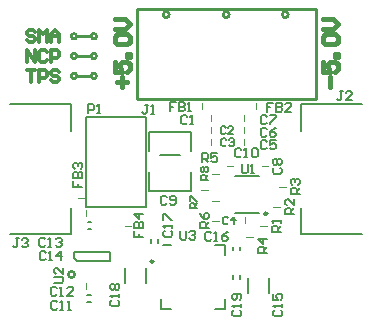
<source format=gto>
G04*
G04 #@! TF.GenerationSoftware,Altium Limited,Altium Designer,20.0.13 (296)*
G04*
G04 Layer_Color=65535*
%FSLAX25Y25*%
%MOIN*%
G70*
G01*
G75*
%ADD10C,0.01000*%
%ADD11C,0.00984*%
%ADD12C,0.00787*%
%ADD13C,0.00394*%
%ADD14C,0.00600*%
%ADD15C,0.01200*%
%ADD16C,0.01500*%
%ADD17C,0.00800*%
D10*
X306822Y311100D02*
G03*
X306822Y311100I-922J0D01*
G01*
Y317700D02*
G03*
X306822Y317700I-922J0D01*
G01*
Y324300D02*
G03*
X306822Y324300I-922J0D01*
G01*
X313422Y311100D02*
G03*
X313422Y311100I-922J0D01*
G01*
Y317700D02*
G03*
X313422Y317700I-922J0D01*
G01*
Y324300D02*
G03*
X313422Y324300I-922J0D01*
G01*
X357658Y331500D02*
G03*
X357658Y331500I-1000J0D01*
G01*
X337657D02*
G03*
X337657Y331500I-1000J0D01*
G01*
X377343D02*
G03*
X377343Y331500I-1000J0D01*
G01*
X370300Y265200D02*
G03*
X370300Y265200I-500J0D01*
G01*
X306058Y244888D02*
G03*
X306058Y244888I-1000J0D01*
G01*
X306822Y311100D02*
X311556D01*
X306822Y317700D02*
X311556D01*
X306822Y324300D02*
X311556D01*
X386500Y303500D02*
Y333500D01*
X327000Y303500D02*
Y333500D01*
X386500D01*
X327000Y303500D02*
X386500D01*
D11*
X332392Y249200D02*
G03*
X332392Y249200I-492J0D01*
G01*
D12*
X344951Y272732D02*
Y279132D01*
X330751Y292332D02*
X344951D01*
X330751Y272732D02*
X344951D01*
X330751D02*
Y279132D01*
Y285932D02*
Y292332D01*
X344951Y285932D02*
Y292332D01*
X334451Y284732D02*
X341251D01*
X310000Y267400D02*
X330000D01*
X310000Y297400D02*
X330000D01*
Y267400D02*
Y297400D01*
X310000Y267400D02*
Y297400D01*
X284592Y258347D02*
X304769D01*
Y267205D01*
X284592Y301654D02*
X304769D01*
Y292795D02*
Y301654D01*
X381673D02*
X401850D01*
X381673Y292795D02*
Y301654D01*
Y258347D02*
X401850D01*
X381673D02*
Y267205D01*
X361181Y252909D02*
Y254090D01*
X358819Y252909D02*
Y254090D01*
X358819Y243409D02*
Y244590D01*
X361181Y243409D02*
Y244590D01*
X333881Y255509D02*
Y256691D01*
X331519Y255509D02*
Y256691D01*
X335700Y254728D02*
X338118D01*
X352882D02*
X356228D01*
Y251382D02*
Y254728D01*
Y233272D02*
Y236618D01*
X352882Y233272D02*
X356228D01*
X334772D02*
Y236618D01*
Y233272D02*
X338118D01*
X310468Y260107D02*
X311649D01*
X310468Y262470D02*
X311649D01*
X310322Y235807D02*
X311503D01*
X310322Y238170D02*
X311503D01*
D13*
X348425Y300000D02*
Y302000D01*
X366500Y300000D02*
Y302000D01*
X362435Y295925D02*
Y297925D01*
Y291925D02*
Y293925D01*
Y287900D02*
Y289900D01*
X351500Y296000D02*
Y298000D01*
Y292000D02*
Y294000D01*
X351465Y288000D02*
Y290000D01*
X368500Y281035D02*
X370500D01*
X357000D02*
X359000D01*
X351800Y278272D02*
X354200D01*
X351800Y269272D02*
X354200D01*
X348100Y272900D02*
X350500D01*
X363035Y262000D02*
Y264000D01*
X351800Y262772D02*
X354200D01*
X374200Y274200D02*
X376600D01*
X372300Y267500D02*
X374700D01*
X367800Y261000D02*
X370200D01*
X363300Y257500D02*
X365700D01*
X322900Y261200D02*
X324900D01*
X310058Y264489D02*
Y266489D01*
X307300Y270275D02*
X309300D01*
X310058Y239988D02*
Y241988D01*
D14*
X359563Y265500D02*
X367437D01*
X359563Y277600D02*
X367437D01*
X371000Y238800D02*
Y243800D01*
X364000Y238800D02*
Y243800D01*
X329900Y242200D02*
Y247200D01*
X322900Y242200D02*
Y247200D01*
X306008Y252488D02*
X318008D01*
Y249488D02*
Y252488D01*
X307008Y249488D02*
X318008D01*
X306008Y250488D02*
X307008Y249488D01*
X306008Y250488D02*
Y252488D01*
D15*
X290400Y313199D02*
X293066D01*
X291733D01*
Y309200D01*
X294399D02*
Y313199D01*
X296398D01*
X297064Y312532D01*
Y311199D01*
X296398Y310533D01*
X294399D01*
X301063Y312532D02*
X300397Y313199D01*
X299064D01*
X298397Y312532D01*
Y311866D01*
X299064Y311199D01*
X300397D01*
X301063Y310533D01*
Y309866D01*
X300397Y309200D01*
X299064D01*
X298397Y309866D01*
X290400Y315800D02*
Y319799D01*
X293066Y315800D01*
Y319799D01*
X297064Y319132D02*
X296398Y319799D01*
X295065D01*
X294399Y319132D01*
Y316466D01*
X295065Y315800D01*
X296398D01*
X297064Y316466D01*
X298397Y315800D02*
Y319799D01*
X300397D01*
X301063Y319132D01*
Y317799D01*
X300397Y317133D01*
X298397D01*
X293066Y325732D02*
X292399Y326399D01*
X291066D01*
X290400Y325732D01*
Y325066D01*
X291066Y324399D01*
X292399D01*
X293066Y323733D01*
Y323066D01*
X292399Y322400D01*
X291066D01*
X290400Y323066D01*
X294399Y322400D02*
Y326399D01*
X295732Y325066D01*
X297064Y326399D01*
Y322400D01*
X298397D02*
Y325066D01*
X299730Y326399D01*
X301063Y325066D01*
Y322400D01*
Y324399D01*
X298397D01*
D16*
X391301Y307500D02*
Y310832D01*
X388802Y315831D02*
Y312498D01*
X391301D01*
X390468Y314164D01*
Y314998D01*
X391301Y315831D01*
X392967D01*
X393800Y314998D01*
Y313331D01*
X392967Y312498D01*
X393800Y317497D02*
X392967D01*
Y318330D01*
X393800D01*
Y317497D01*
X389635Y321662D02*
X388802Y322495D01*
Y324161D01*
X389635Y324994D01*
X392967D01*
X393800Y324161D01*
Y322495D01*
X392967Y321662D01*
X389635D01*
X388802Y326660D02*
X392134D01*
X393800Y328327D01*
X392134Y329993D01*
X388802D01*
X322001Y307500D02*
Y310832D01*
X320335Y309166D02*
X323667D01*
X319502Y315831D02*
Y312498D01*
X322001D01*
X321168Y314164D01*
Y314998D01*
X322001Y315831D01*
X323667D01*
X324500Y314998D01*
Y313331D01*
X323667Y312498D01*
X324500Y317497D02*
X323667D01*
Y318330D01*
X324500D01*
Y317497D01*
X320335Y321662D02*
X319502Y322495D01*
Y324161D01*
X320335Y324994D01*
X323667D01*
X324500Y324161D01*
Y322495D01*
X323667Y321662D01*
X320335D01*
X319502Y326660D02*
X322834D01*
X324500Y328327D01*
X322834Y329993D01*
X319502D01*
D17*
X341301Y259400D02*
Y256900D01*
X341801Y256400D01*
X342800D01*
X343300Y256900D01*
Y259400D01*
X344300Y258900D02*
X344800Y259400D01*
X345799D01*
X346299Y258900D01*
Y258400D01*
X345799Y257900D01*
X345300D01*
X345799D01*
X346299Y257400D01*
Y256900D01*
X345799Y256400D01*
X344800D01*
X344300Y256900D01*
X299301Y242101D02*
X301800D01*
X302299Y242601D01*
Y243600D01*
X301800Y244100D01*
X299301D01*
X302299Y247099D02*
Y245100D01*
X300300Y247099D01*
X299800D01*
X299301Y246599D01*
Y245600D01*
X299800Y245100D01*
X361753Y281707D02*
Y279207D01*
X362252Y278708D01*
X363252D01*
X363752Y279207D01*
Y281707D01*
X364752Y278708D02*
X365751D01*
X365251D01*
Y281707D01*
X364752Y281207D01*
X350650Y276517D02*
X348150D01*
Y277767D01*
X348567Y278184D01*
X349400D01*
X349816Y277767D01*
Y276517D01*
Y277350D02*
X350650Y278184D01*
X348567Y279016D02*
X348150Y279433D01*
Y280266D01*
X348567Y280683D01*
X348983D01*
X349400Y280266D01*
X349816Y280683D01*
X350233D01*
X350650Y280266D01*
Y279433D01*
X350233Y279016D01*
X349816D01*
X349400Y279433D01*
X348983Y279016D01*
X348567D01*
X349400Y279433D02*
Y280266D01*
X346950Y266917D02*
X344450D01*
Y268167D01*
X344867Y268583D01*
X345700D01*
X346116Y268167D01*
Y266917D01*
Y267750D02*
X346950Y268583D01*
X344450Y269416D02*
Y271083D01*
X344867D01*
X346533Y269416D01*
X346950D01*
X350900Y260401D02*
X347901D01*
Y261900D01*
X348400Y262400D01*
X349400D01*
X349900Y261900D01*
Y260401D01*
Y261401D02*
X350900Y262400D01*
X347901Y265399D02*
X348400Y264400D01*
X349400Y263400D01*
X350400D01*
X350900Y263900D01*
Y264899D01*
X350400Y265399D01*
X349900D01*
X349400Y264899D01*
Y263400D01*
X348601Y282300D02*
Y285299D01*
X350100D01*
X350600Y284800D01*
Y283800D01*
X350100Y283300D01*
X348601D01*
X349601D02*
X350600Y282300D01*
X353599Y285299D02*
X351600D01*
Y283800D01*
X352600Y284300D01*
X353099D01*
X353599Y283800D01*
Y282800D01*
X353099Y282300D01*
X352100D01*
X351600Y282800D01*
X370300Y252101D02*
X367301D01*
Y253600D01*
X367800Y254100D01*
X368800D01*
X369300Y253600D01*
Y252101D01*
Y253100D02*
X370300Y254100D01*
Y256599D02*
X367301D01*
X368800Y255100D01*
Y257099D01*
X381200Y271801D02*
X378201D01*
Y273300D01*
X378700Y273800D01*
X379700D01*
X380200Y273300D01*
Y271801D01*
Y272800D02*
X381200Y273800D01*
X378700Y274800D02*
X378201Y275300D01*
Y276299D01*
X378700Y276799D01*
X379200D01*
X379700Y276299D01*
Y275799D01*
Y276299D01*
X380200Y276799D01*
X380700D01*
X381200Y276299D01*
Y275300D01*
X380700Y274800D01*
X379399Y265001D02*
X376400D01*
Y266500D01*
X376900Y267000D01*
X377900D01*
X378400Y266500D01*
Y265001D01*
Y266001D02*
X379399Y267000D01*
Y269999D02*
Y268000D01*
X377400Y269999D01*
X376900D01*
X376400Y269499D01*
Y268500D01*
X376900Y268000D01*
X374799Y259201D02*
X371800D01*
Y260700D01*
X372300Y261200D01*
X373300D01*
X373800Y260700D01*
Y259201D01*
Y260200D02*
X374799Y261200D01*
Y262200D02*
Y263199D01*
Y262700D01*
X371800D01*
X372300Y262200D01*
X310601Y298601D02*
Y301600D01*
X312100D01*
X312600Y301100D01*
Y300100D01*
X312100Y299600D01*
X310601D01*
X313600Y298601D02*
X314599D01*
X314100D01*
Y301600D01*
X313600Y301100D01*
X287500Y256899D02*
X286501D01*
X287000D01*
Y254400D01*
X286501Y253901D01*
X286001D01*
X285501Y254400D01*
X288500Y256400D02*
X289000Y256899D01*
X289999D01*
X290499Y256400D01*
Y255900D01*
X289999Y255400D01*
X289499D01*
X289999D01*
X290499Y254900D01*
Y254400D01*
X289999Y253901D01*
X289000D01*
X288500Y254400D01*
X395500Y305999D02*
X394500D01*
X395000D01*
Y303500D01*
X394500Y303000D01*
X394001D01*
X393501Y303500D01*
X398499Y303000D02*
X396500D01*
X398499Y305000D01*
Y305500D01*
X397999Y305999D01*
X397000D01*
X396500Y305500D01*
X330700Y301500D02*
X329700D01*
X330200D01*
Y299000D01*
X329700Y298500D01*
X329201D01*
X328701Y299000D01*
X331700Y298500D02*
X332699D01*
X332200D01*
Y301500D01*
X331700Y301000D01*
X326000Y259501D02*
Y257501D01*
X327500D01*
Y258501D01*
Y257501D01*
X328999D01*
X326000Y260500D02*
X328999D01*
Y262000D01*
X328500Y262500D01*
X328000D01*
X327500Y262000D01*
Y260500D01*
Y262000D01*
X327000Y262500D01*
X326500D01*
X326000Y262000D01*
Y260500D01*
X328999Y264999D02*
X326000D01*
X327500Y263499D01*
Y265499D01*
X305601Y276101D02*
Y274101D01*
X307100D01*
Y275101D01*
Y274101D01*
X308599D01*
X305601Y277100D02*
X308599D01*
Y278600D01*
X308100Y279100D01*
X307600D01*
X307100Y278600D01*
Y277100D01*
Y278600D01*
X306600Y279100D01*
X306100D01*
X305601Y278600D01*
Y277100D01*
X306100Y280099D02*
X305601Y280599D01*
Y281599D01*
X306100Y282099D01*
X306600D01*
X307100Y281599D01*
Y281099D01*
Y281599D01*
X307600Y282099D01*
X308100D01*
X308599Y281599D01*
Y280599D01*
X308100Y280099D01*
X372301Y302200D02*
X370301D01*
Y300700D01*
X371301D01*
X370301D01*
Y299201D01*
X373300Y302200D02*
Y299201D01*
X374800D01*
X375300Y299700D01*
Y300200D01*
X374800Y300700D01*
X373300D01*
X374800D01*
X375300Y301200D01*
Y301700D01*
X374800Y302200D01*
X373300D01*
X378299Y299201D02*
X376299D01*
X378299Y301200D01*
Y301700D01*
X377799Y302200D01*
X376799D01*
X376299Y301700D01*
X339900Y302299D02*
X337901D01*
Y300800D01*
X338901D01*
X337901D01*
Y299301D01*
X340900Y302299D02*
Y299301D01*
X342400D01*
X342899Y299800D01*
Y300300D01*
X342400Y300800D01*
X340900D01*
X342400D01*
X342899Y301300D01*
Y301800D01*
X342400Y302299D01*
X340900D01*
X343899Y299301D02*
X344899D01*
X344399D01*
Y302299D01*
X343899Y301800D01*
X359100Y233051D02*
X358600Y232551D01*
Y231551D01*
X359100Y231051D01*
X361100D01*
X361599Y231551D01*
Y232551D01*
X361100Y233051D01*
X361599Y234050D02*
Y235050D01*
Y234550D01*
X358600D01*
X359100Y234050D01*
X361100Y236549D02*
X361599Y237049D01*
Y238049D01*
X361100Y238549D01*
X359100D01*
X358600Y238049D01*
Y237049D01*
X359100Y236549D01*
X359600D01*
X360100Y237049D01*
Y238549D01*
X318500Y236251D02*
X318001Y235751D01*
Y234751D01*
X318500Y234251D01*
X320500D01*
X321000Y234751D01*
Y235751D01*
X320500Y236251D01*
X321000Y237250D02*
Y238250D01*
Y237750D01*
X318001D01*
X318500Y237250D01*
Y239749D02*
X318001Y240249D01*
Y241249D01*
X318500Y241749D01*
X319000D01*
X319500Y241249D01*
X320000Y241749D01*
X320500D01*
X321000Y241249D01*
Y240249D01*
X320500Y239749D01*
X320000D01*
X319500Y240249D01*
X319000Y239749D01*
X318500D01*
X319500Y240249D02*
Y241249D01*
X336100Y259501D02*
X335600Y259001D01*
Y258001D01*
X336100Y257501D01*
X338100D01*
X338599Y258001D01*
Y259001D01*
X338100Y259501D01*
X338599Y260500D02*
Y261500D01*
Y261000D01*
X335600D01*
X336100Y260500D01*
X335600Y263000D02*
Y264999D01*
X336100D01*
X338100Y263000D01*
X338599D01*
X351651Y258700D02*
X351151Y259200D01*
X350151D01*
X349651Y258700D01*
Y256700D01*
X350151Y256201D01*
X351151D01*
X351651Y256700D01*
X352650Y256201D02*
X353650D01*
X353150D01*
Y259200D01*
X352650Y258700D01*
X357149Y259200D02*
X356149Y258700D01*
X355149Y257700D01*
Y256700D01*
X355649Y256201D01*
X356649D01*
X357149Y256700D01*
Y257200D01*
X356649Y257700D01*
X355149D01*
X372800Y233051D02*
X372301Y232551D01*
Y231551D01*
X372800Y231051D01*
X374800D01*
X375300Y231551D01*
Y232551D01*
X374800Y233051D01*
X375300Y234050D02*
Y235050D01*
Y234550D01*
X372301D01*
X372800Y234050D01*
X372301Y238549D02*
Y236549D01*
X373800D01*
X373300Y237549D01*
Y238049D01*
X373800Y238549D01*
X374800D01*
X375300Y238049D01*
Y237049D01*
X374800Y236549D01*
X296451Y252200D02*
X295951Y252699D01*
X294951D01*
X294451Y252200D01*
Y250200D01*
X294951Y249700D01*
X295951D01*
X296451Y250200D01*
X297450Y249700D02*
X298450D01*
X297950D01*
Y252699D01*
X297450Y252200D01*
X301449Y249700D02*
Y252699D01*
X299949Y251200D01*
X301949D01*
X296351Y256600D02*
X295851Y257100D01*
X294851D01*
X294351Y256600D01*
Y254600D01*
X294851Y254100D01*
X295851D01*
X296351Y254600D01*
X297350Y254100D02*
X298350D01*
X297850D01*
Y257100D01*
X297350Y256600D01*
X299849D02*
X300349Y257100D01*
X301349D01*
X301849Y256600D01*
Y256100D01*
X301349Y255600D01*
X300849D01*
X301349D01*
X301849Y255100D01*
Y254600D01*
X301349Y254100D01*
X300349D01*
X299849Y254600D01*
X300151Y240300D02*
X299651Y240799D01*
X298651D01*
X298151Y240300D01*
Y238300D01*
X298651Y237801D01*
X299651D01*
X300151Y238300D01*
X301150Y237801D02*
X302150D01*
X301650D01*
Y240799D01*
X301150Y240300D01*
X305649Y237801D02*
X303649D01*
X305649Y239800D01*
Y240300D01*
X305149Y240799D01*
X304149D01*
X303649Y240300D01*
X300250Y235600D02*
X299751Y236100D01*
X298751D01*
X298251Y235600D01*
Y233600D01*
X298751Y233101D01*
X299751D01*
X300250Y233600D01*
X301250Y233101D02*
X302250D01*
X301750D01*
Y236100D01*
X301250Y235600D01*
X303749Y233101D02*
X304749D01*
X304249D01*
Y236100D01*
X303749Y235600D01*
X361651Y286500D02*
X361151Y287000D01*
X360151D01*
X359651Y286500D01*
Y284500D01*
X360151Y284000D01*
X361151D01*
X361651Y284500D01*
X362650Y284000D02*
X363650D01*
X363150D01*
Y287000D01*
X362650Y286500D01*
X365149D02*
X365649Y287000D01*
X366649D01*
X367149Y286500D01*
Y284500D01*
X366649Y284000D01*
X365649D01*
X365149Y284500D01*
Y286500D01*
X336900Y270700D02*
X336400Y271199D01*
X335401D01*
X334901Y270700D01*
Y268700D01*
X335401Y268200D01*
X336400D01*
X336900Y268700D01*
X337900D02*
X338400Y268200D01*
X339399D01*
X339899Y268700D01*
Y270700D01*
X339399Y271199D01*
X338400D01*
X337900Y270700D01*
Y270200D01*
X338400Y269700D01*
X339899D01*
X372600Y280400D02*
X372100Y279900D01*
Y278901D01*
X372600Y278401D01*
X374600D01*
X375099Y278901D01*
Y279900D01*
X374600Y280400D01*
X372600Y281400D02*
X372100Y281900D01*
Y282899D01*
X372600Y283399D01*
X373100D01*
X373600Y282899D01*
X374100Y283399D01*
X374600D01*
X375099Y282899D01*
Y281900D01*
X374600Y281400D01*
X374100D01*
X373600Y281900D01*
X373100Y281400D01*
X372600D01*
X373600Y281900D02*
Y282899D01*
X370200Y297400D02*
X369700Y297900D01*
X368701D01*
X368201Y297400D01*
Y295400D01*
X368701Y294900D01*
X369700D01*
X370200Y295400D01*
X371200Y297900D02*
X373199D01*
Y297400D01*
X371200Y295400D01*
Y294900D01*
X370200Y293300D02*
X369700Y293799D01*
X368701D01*
X368201Y293300D01*
Y291300D01*
X368701Y290800D01*
X369700D01*
X370200Y291300D01*
X373199Y293799D02*
X372200Y293300D01*
X371200Y292300D01*
Y291300D01*
X371700Y290800D01*
X372699D01*
X373199Y291300D01*
Y291800D01*
X372699Y292300D01*
X371200D01*
X370200Y289200D02*
X369700Y289700D01*
X368701D01*
X368201Y289200D01*
Y287200D01*
X368701Y286701D01*
X369700D01*
X370200Y287200D01*
X373199Y289700D02*
X371200D01*
Y288200D01*
X372200Y288700D01*
X372699D01*
X373199Y288200D01*
Y287200D01*
X372699Y286701D01*
X371700D01*
X371200Y287200D01*
X357284Y263797D02*
X356867Y264214D01*
X356034D01*
X355618Y263797D01*
Y262131D01*
X356034Y261715D01*
X356867D01*
X357284Y262131D01*
X359366Y261715D02*
Y264214D01*
X358117Y262965D01*
X359783D01*
X356683Y289833D02*
X356267Y290250D01*
X355434D01*
X355017Y289833D01*
Y288167D01*
X355434Y287750D01*
X356267D01*
X356683Y288167D01*
X357517Y289833D02*
X357933Y290250D01*
X358766D01*
X359183Y289833D01*
Y289417D01*
X358766Y289000D01*
X358350D01*
X358766D01*
X359183Y288583D01*
Y288167D01*
X358766Y287750D01*
X357933D01*
X357517Y288167D01*
X356484Y293833D02*
X356067Y294250D01*
X355234D01*
X354817Y293833D01*
Y292167D01*
X355234Y291750D01*
X356067D01*
X356484Y292167D01*
X358983Y291750D02*
X357316D01*
X358983Y293417D01*
Y293833D01*
X358566Y294250D01*
X357733D01*
X357316Y293833D01*
X343600Y297400D02*
X343100Y297900D01*
X342101D01*
X341601Y297400D01*
Y295400D01*
X342101Y294900D01*
X343100D01*
X343600Y295400D01*
X344600Y294900D02*
X345600D01*
X345100D01*
Y297900D01*
X344600Y297400D01*
M02*

</source>
